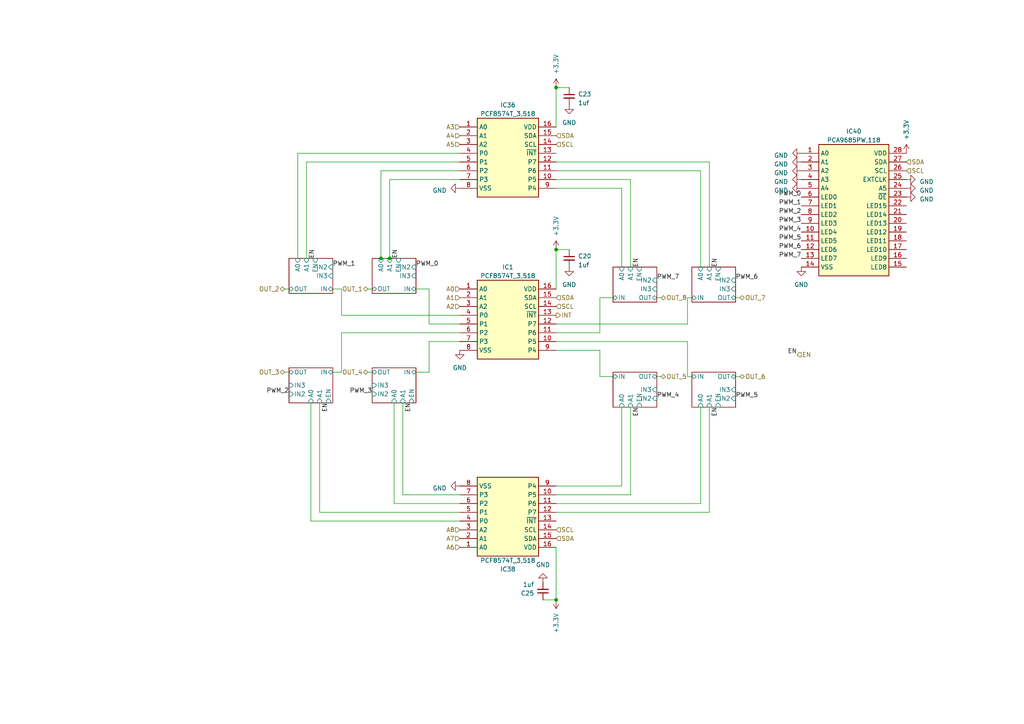
<source format=kicad_sch>
(kicad_sch (version 20230121) (generator eeschema)
  (paper "A4")
  (lib_symbols
    (symbol "Device:C_Small" (pin_numbers hide) (pin_names (offset 0.254) hide)
      (property "Reference" "C" (at 0.254 1.778 0))
      (property "Value" "C_Small" (at 0.254 -2.032 0))
      (symbol "C_Small_0_1"
        (polyline (pts (xy -1.524 -0.508) (xy 1.524 -0.508)) (stroke (width 0.3302)))
        (polyline (pts (xy -1.524 0.508) (xy 1.524 0.508)) (stroke (width 0.3048)))
      )
      (symbol "C_Small_1_1"
        (pin passive line (at 0 2.54 270) (length 2.032) (name "~") (number "1"))
        (pin passive line (at 0 -2.54 90) (length 2.032) (name "~") (number "2"))
      )
    )
    (symbol "SamacSys_Parts:PCA9685PW,118"
      (property "Reference" "IC" (at 26.67 7.62 0))
      (property "Value" "PCA9685PW,118" (at 26.67 5.08 0))
      (symbol "PCA9685PW,118_1_1"
        (rectangle (start 5.08 2.54) (end 25.4 -35.56) (stroke (width 0.254)) (fill (type background)))
        (pin passive line (at 0 0 0) (length 5.08) (name "A0") (number "1"))
        (pin passive line (at 0 -22.86 0) (length 5.08) (name "LED4") (number "10"))
        (pin passive line (at 0 -25.4 0) (length 5.08) (name "LED5") (number "11"))
        (pin passive line (at 0 -27.94 0) (length 5.08) (name "LED6") (number "12"))
        (pin passive line (at 0 -30.48 0) (length 5.08) (name "LED7") (number "13"))
        (pin passive line (at 0 -33.02 0) (length 5.08) (name "VSS") (number "14"))
        (pin passive line (at 30.48 -33.02 180) (length 5.08) (name "LED8") (number "15"))
        (pin passive line (at 30.48 -30.48 180) (length 5.08) (name "LED9") (number "16"))
        (pin passive line (at 30.48 -27.94 180) (length 5.08) (name "LED10") (number "17"))
        (pin passive line (at 30.48 -25.4 180) (length 5.08) (name "LED11") (number "18"))
        (pin passive line (at 30.48 -22.86 180) (length 5.08) (name "LED12") (number "19"))
        (pin passive line (at 0 -2.54 0) (length 5.08) (name "A1") (number "2"))
        (pin passive line (at 30.48 -20.32 180) (length 5.08) (name "LED13") (number "20"))
        (pin passive line (at 30.48 -17.78 180) (length 5.08) (name "LED14") (number "21"))
        (pin passive line (at 30.48 -15.24 180) (length 5.08) (name "LED15") (number "22"))
        (pin passive line (at 30.48 -12.7 180) (length 5.08) (name "~{OE}") (number "23"))
        (pin passive line (at 30.48 -10.16 180) (length 5.08) (name "A5") (number "24"))
        (pin passive line (at 30.48 -7.62 180) (length 5.08) (name "EXTCLK") (number "25"))
        (pin passive line (at 30.48 -5.08 180) (length 5.08) (name "SCL") (number "26"))
        (pin passive line (at 30.48 -2.54 180) (length 5.08) (name "SDA") (number "27"))
        (pin passive line (at 30.48 0 180) (length 5.08) (name "VDD") (number "28"))
        (pin passive line (at 0 -5.08 0) (length 5.08) (name "A2") (number "3"))
        (pin passive line (at 0 -7.62 0) (length 5.08) (name "A3") (number "4"))
        (pin passive line (at 0 -10.16 0) (length 5.08) (name "A4") (number "5"))
        (pin passive line (at 0 -12.7 0) (length 5.08) (name "LED0") (number "6"))
        (pin passive line (at 0 -15.24 0) (length 5.08) (name "LED1") (number "7"))
        (pin passive line (at 0 -17.78 0) (length 5.08) (name "LED2") (number "8"))
        (pin passive line (at 0 -20.32 0) (length 5.08) (name "LED3") (number "9"))
      )
    )
    (symbol "SamacSys_Parts:PCF8574T_3,518"
      (property "Reference" "IC" (at 24.13 7.62 0))
      (property "Value" "PCF8574T_3,518" (at 24.13 5.08 0))
      (symbol "PCF8574T_3,518_1_1"
        (rectangle (start 5.08 2.54) (end 22.86 -20.32) (stroke (width 0.254)) (fill (type background)))
        (pin passive line (at 0 0 0) (length 5.08) (name "A0") (number "1"))
        (pin passive line (at 27.94 -15.24 180) (length 5.08) (name "P5") (number "10"))
        (pin passive line (at 27.94 -12.7 180) (length 5.08) (name "P6") (number "11"))
        (pin passive line (at 27.94 -10.16 180) (length 5.08) (name "P7") (number "12"))
        (pin passive line (at 27.94 -7.62 180) (length 5.08) (name "~{INT}") (number "13"))
        (pin passive line (at 27.94 -5.08 180) (length 5.08) (name "SCL") (number "14"))
        (pin passive line (at 27.94 -2.54 180) (length 5.08) (name "SDA") (number "15"))
        (pin passive line (at 27.94 0 180) (length 5.08) (name "VDD") (number "16"))
        (pin passive line (at 0 -2.54 0) (length 5.08) (name "A1") (number "2"))
        (pin passive line (at 0 -5.08 0) (length 5.08) (name "A2") (number "3"))
        (pin passive line (at 0 -7.62 0) (length 5.08) (name "P0") (number "4"))
        (pin passive line (at 0 -10.16 0) (length 5.08) (name "P1") (number "5"))
        (pin passive line (at 0 -12.7 0) (length 5.08) (name "P2") (number "6"))
        (pin passive line (at 0 -15.24 0) (length 5.08) (name "P3") (number "7"))
        (pin passive line (at 0 -17.78 0) (length 5.08) (name "VSS") (number "8"))
        (pin passive line (at 27.94 -17.78 180) (length 5.08) (name "P4") (number "9"))
      )
    )
    (symbol "power:+3.3V" (power) (pin_names (offset 0))
      (property "Value" "+3.3V" (at 0 3.556 0))
      (symbol "+3.3V_0_1"
        (polyline (pts (xy -0.762 1.27) (xy 0 2.54)))
        (polyline (pts (xy 0 0) (xy 0 2.54)))
        (polyline (pts (xy 0 2.54) (xy 0.762 1.27)))
      )
      (symbol "+3.3V_1_1"
        (pin power_in line (at 0 0 90) (length 0) hide (name "+3.3V") (number "1"))
      )
    )
    (symbol "power:GND" (power) (pin_names (offset 0))
      (property "Value" "GND" (at 0 -3.81 0))
      (symbol "GND_0_1"
        (polyline (pts (xy 0 0) (xy 0 -1.27) (xy 1.27 -1.27) (xy 0 -2.54) (xy -1.27 -1.27) (xy 0 -1.27)))
      )
      (symbol "GND_1_1"
        (pin power_in line (at 0 0 270) (length 0) hide (name "GND") (number "1"))
      )
    )
  )
  (junction (at 113.03 74.93))
  (junction (at 161.29 25.4))
  (junction (at 161.29 173.99))
  (junction (at 161.29 72.39))
  (junction (at 110.49 74.93))
  (wire (pts (xy 199.39 86.36) (xy 199.39 93.98)))
  (wire (pts (xy 99.06 96.52) (xy 99.06 107.95)))
  (wire (pts (xy 133.35 44.45) (xy 86.36 44.45)))
  (wire (pts (xy 116.84 116.84) (xy 116.84 143.51)))
  (wire (pts (xy 180.34 140.97) (xy 180.34 118.11)))
  (wire (pts (xy 161.29 173.99) (xy 157.48 173.99)))
  (wire (pts (xy 92.71 148.59) (xy 133.35 148.59)))
  (wire (pts (xy 203.2 146.05) (xy 203.2 118.11)))
  (wire (pts (xy 161.29 99.06) (xy 199.39 99.06)))
  (wire (pts (xy 200.66 86.36) (xy 199.39 86.36)))
  (wire (pts (xy 161.29 96.52) (xy 173.99 96.52)))
  (wire (pts (xy 120.65 83.82) (xy 124.46 83.82)))
  (wire (pts (xy 161.29 52.07) (xy 182.88 52.07)))
  (wire (pts (xy 99.06 83.82) (xy 99.06 91.44)))
  (wire (pts (xy 203.2 49.53) (xy 203.2 77.47)))
  (wire (pts (xy 191.77 86.36) (xy 190.5 86.36)))
  (wire (pts (xy 110.49 49.53) (xy 110.49 74.93)))
  (wire (pts (xy 180.34 54.61) (xy 180.34 77.47)))
  (wire (pts (xy 191.77 109.22) (xy 190.5 109.22)))
  (wire (pts (xy 96.52 107.95) (xy 99.06 107.95)))
  (wire (pts (xy 82.55 83.82) (xy 83.82 83.82)))
  (wire (pts (xy 114.3 146.05) (xy 133.35 146.05)))
  (wire (pts (xy 214.63 109.22) (xy 213.36 109.22)))
  (wire (pts (xy 90.17 151.13) (xy 133.35 151.13)))
  (wire (pts (xy 173.99 101.6) (xy 173.99 109.22)))
  (wire (pts (xy 88.9 46.99) (xy 88.9 74.93)))
  (wire (pts (xy 106.68 83.82) (xy 107.95 83.82)))
  (wire (pts (xy 161.29 49.53) (xy 203.2 49.53)))
  (wire (pts (xy 182.88 52.07) (xy 182.88 77.47)))
  (wire (pts (xy 161.29 101.6) (xy 173.99 101.6)))
  (wire (pts (xy 161.29 146.05) (xy 203.2 146.05)))
  (wire (pts (xy 99.06 91.44) (xy 133.35 91.44)))
  (wire (pts (xy 133.35 52.07) (xy 113.03 52.07)))
  (wire (pts (xy 133.35 49.53) (xy 110.49 49.53)))
  (wire (pts (xy 177.8 86.36) (xy 173.99 86.36)))
  (wire (pts (xy 86.36 44.45) (xy 86.36 74.93)))
  (wire (pts (xy 214.63 86.36) (xy 213.36 86.36)))
  (wire (pts (xy 120.65 107.95) (xy 124.46 107.95)))
  (wire (pts (xy 116.84 143.51) (xy 133.35 143.51)))
  (wire (pts (xy 113.03 74.93) (xy 110.49 74.93)))
  (wire (pts (xy 177.8 109.22) (xy 173.99 109.22)))
  (wire (pts (xy 161.29 25.4) (xy 161.29 36.83)))
  (wire (pts (xy 124.46 83.82) (xy 124.46 93.98)))
  (wire (pts (xy 161.29 25.4) (xy 165.1 25.4)))
  (wire (pts (xy 99.06 96.52) (xy 133.35 96.52)))
  (wire (pts (xy 133.35 46.99) (xy 88.9 46.99)))
  (wire (pts (xy 114.3 116.84) (xy 114.3 146.05)))
  (wire (pts (xy 161.29 72.39) (xy 165.1 72.39)))
  (wire (pts (xy 90.17 116.84) (xy 90.17 151.13)))
  (wire (pts (xy 182.88 143.51) (xy 182.88 118.11)))
  (wire (pts (xy 161.29 93.98) (xy 199.39 93.98)))
  (wire (pts (xy 161.29 46.99) (xy 205.74 46.99)))
  (wire (pts (xy 161.29 140.97) (xy 180.34 140.97)))
  (wire (pts (xy 200.66 109.22) (xy 199.39 109.22)))
  (wire (pts (xy 161.29 143.51) (xy 182.88 143.51)))
  (wire (pts (xy 124.46 99.06) (xy 133.35 99.06)))
  (wire (pts (xy 161.29 173.99) (xy 161.29 158.75)))
  (wire (pts (xy 82.55 107.95) (xy 83.82 107.95)))
  (wire (pts (xy 161.29 72.39) (xy 161.29 83.82)))
  (wire (pts (xy 133.35 93.98) (xy 124.46 93.98)))
  (wire (pts (xy 161.29 148.59) (xy 205.74 148.59)))
  (wire (pts (xy 106.68 107.95) (xy 107.95 107.95)))
  (wire (pts (xy 205.74 46.99) (xy 205.74 77.47)))
  (wire (pts (xy 124.46 99.06) (xy 124.46 107.95)))
  (wire (pts (xy 161.29 54.61) (xy 180.34 54.61)))
  (wire (pts (xy 113.03 52.07) (xy 113.03 74.93)))
  (wire (pts (xy 173.99 86.36) (xy 173.99 96.52)))
  (wire (pts (xy 205.74 148.59) (xy 205.74 118.11)))
  (wire (pts (xy 199.39 99.06) (xy 199.39 109.22)))
  (wire (pts (xy 92.71 116.84) (xy 92.71 148.59)))
  (wire (pts (xy 96.52 83.82) (xy 99.06 83.82)))
  (label "PWM_5" (at 213.36 115.57 0))
  (label "EN" (at 119.38 116.84 270))
  (label "EN" (at 185.42 77.47 90))
  (label "PWM_1" (at 96.52 77.47 0))
  (label "PWM_3" (at 107.95 114.3 180))
  (label "EN" (at 115.57 74.93 90))
  (label "EN" (at 231.14 102.87 180))
  (label "PWM_0" (at 120.65 77.47 0))
  (label "PWM_1" (at 232.41 59.69 180))
  (label "PWM_7" (at 232.41 74.93 180))
  (label "PWM_4" (at 190.5 115.57 0))
  (label "PWM_3" (at 232.41 64.77 180))
  (label "PWM_7" (at 190.5 81.28 0))
  (label "PWM_0" (at 232.41 57.15 180))
  (label "PWM_4" (at 232.41 67.31 180))
  (label "EN" (at 208.28 77.47 90))
  (label "PWM_2" (at 83.82 114.3 180))
  (label "PWM_2" (at 232.41 62.23 180))
  (label "PWM_6" (at 232.41 72.39 180))
  (label "EN" (at 91.44 74.93 90))
  (label "PWM_5" (at 232.41 69.85 180))
  (label "EN" (at 208.28 118.11 270))
  (label "EN" (at 95.25 116.84 270))
  (label "PWM_6" (at 213.36 81.28 0))
  (label "EN" (at 185.42 118.11 270))
  (hierarchical_label "A2" (shape input) (at 133.35 88.9 180))
  (hierarchical_label "SCL" (shape input) (at 161.29 153.67 0))
  (hierarchical_label "INT" (shape output) (at 161.29 91.44 0))
  (hierarchical_label "A7" (shape input) (at 133.35 156.21 180))
  (hierarchical_label "A0" (shape input) (at 133.35 83.82 180))
  (hierarchical_label "SDA" (shape input) (at 262.89 46.99 0))
  (hierarchical_label "OUT_5" (shape bidirectional) (at 191.77 109.22 0))
  (hierarchical_label "OUT_1" (shape bidirectional) (at 106.68 83.82 180))
  (hierarchical_label "A6" (shape input) (at 133.35 158.75 180))
  (hierarchical_label "OUT_6" (shape bidirectional) (at 214.63 109.22 0))
  (hierarchical_label "OUT_4" (shape bidirectional) (at 106.68 107.95 180))
  (hierarchical_label "EN" (shape input) (at 231.14 102.87 0))
  (hierarchical_label "A1" (shape input) (at 133.35 86.36 180))
  (hierarchical_label "OUT_3" (shape bidirectional) (at 82.55 107.95 180))
  (hierarchical_label "SCL" (shape input) (at 161.29 88.9 0))
  (hierarchical_label "A3" (shape input) (at 133.35 36.83 180))
  (hierarchical_label "OUT_8" (shape bidirectional) (at 191.77 86.36 0))
  (hierarchical_label "A5" (shape input) (at 133.35 41.91 180))
  (hierarchical_label "OUT_2" (shape bidirectional) (at 82.55 83.82 180))
  (hierarchical_label "SDA" (shape input) (at 161.29 156.21 0))
  (hierarchical_label "A8" (shape input) (at 133.35 153.67 180))
  (hierarchical_label "OUT_7" (shape bidirectional) (at 214.63 86.36 0))
  (hierarchical_label "SCL" (shape input) (at 262.89 49.53 0))
  (hierarchical_label "SCL" (shape input) (at 161.29 41.91 0))
  (hierarchical_label "SDA" (shape input) (at 161.29 39.37 0))
  (hierarchical_label "A4" (shape input) (at 133.35 39.37 180))
  (hierarchical_label "SDA" (shape input) (at 161.29 86.36 0))
  (symbol (lib_id "power:GND") (at 232.41 77.47 0) (unit 1)
    (property "Reference" "#PWR0210" (effects hide))
    (property "Value" "GND" (at 232.41 82.55 0))
    (instances (project "fNET_GPIO_board" (path "" (reference "#PWR0210") (unit 1)) (path "" (reference "#PWR0211") (unit 1))))
  )
  (symbol (lib_id "power:+3.3V") (at 161.29 72.39 0) (unit 1)
    (property "Reference" "#PWR032" (effects hide))
    (property "Value" "+3.3V" (at 161.29 68.58 90) (effects (justify left)))
    (instances (project "fNET_GPIO_board" (path "" (reference "#PWR032") (unit 1)) (path "" (reference "#PWR014") (unit 1)) (path "" (reference "#PWR0107") (unit 1))) (project "armatron_power_board" (path "" (reference "#PWR012") (unit 1))))
  )
  (symbol (lib_id "Device:C_Small") (at 165.1 27.94 0) (unit 1)
    (property "Reference" "C23" (at 167.64 27.3113 0) (effects (justify left)))
    (property "Value" "1uf" (at 167.64 29.8513 0) (effects (justify left)))
    (property "Footprint" "Capacitor_SMD:C_0805_2012Metric_Pad1.18x1.45mm_HandSolder" (effects hide))
    (instances (project "fNET_GPIO_board" (path "" (reference "C23") (unit 1)) (path "" (reference "C24") (unit 1))))
  )
  (symbol (lib_id "SamacSys_Parts:PCF8574T_3,518") (at 133.35 83.82 0) (unit 1)
    (property "Reference" "IC1" (at 147.32 77.47 0))
    (property "Value" "PCF8574T_3,518" (at 147.32 80.01 0))
    (property "Footprint" "SamacSys_Parts:SOIC127P1032X265-16N" (effects hide))
    (property "Datasheet" "http://www.nxp.com/docs/en/data-sheet/PCF8574_PCF8574A.pdf" (effects hide))
    (property "Height" "2.65" (effects hide))
    (property "Mouser Part Number" "771-PCF8574TD-T" (effects hide))
    (property "Mouser Price/Stock" "https://www.mouser.co.uk/ProductDetail/NXP-Semiconductors/PCF8574T-3518?qs=LOCUfHb8d9srwcgHHpXqQw%3D%3D" (effects hide))
    (property "Manufacturer_Name" "NXP" (effects hide))
    (property "Manufacturer_Part_Number" "PCF8574T/3,518" (effects hide))
    (instances (project "fNET_GPIO_board" (path "" (reference "IC1") (unit 1)) (path "" (reference "IC11") (unit 1))))
  )
  (symbol (lib_id "SamacSys_Parts:PCA9685PW,118") (at 232.41 44.45 0) (unit 1)
    (property "Reference" "IC40" (at 247.65 38.1 0))
    (property "Value" "PCA9685PW,118" (at 247.65 40.64 0))
    (property "Footprint" "SOP65P640X110-28N" (effects hide))
    (property "Datasheet" "http://www.nxp.com/docs/en/data-sheet/PCA9685.pdf" (effects hide))
    (property "Height" "1.1" (effects hide))
    (property "Mouser Part Number" "771-PCA9685PW,118" (effects hide))
    (property "Mouser Price/Stock" "https://www.mouser.co.uk/ProductDetail/NXP-Semiconductors/PCA9685PW118?qs=6YAT8rHPFU%252BtfwwKq4nwEQ%3D%3D" (effects hide))
    (property "Manufacturer_Name" "NXP" (effects hide))
    (property "Manufacturer_Part_Number" "PCA9685PW,118" (effects hide))
    (instances (project "fNET_GPIO_board" (path "" (reference "IC40") (unit 1)) (path "" (reference "IC41") (unit 1))))
  )
  (symbol (lib_id "power:+3.3V") (at 161.29 25.4 0) (unit 1)
    (property "Reference" "#PWR032" (effects hide))
    (property "Value" "+3.3V" (at 161.29 21.59 90) (effects (justify left)))
    (instances (project "fNET_GPIO_board" (path "" (reference "#PWR032") (unit 1)) (path "" (reference "#PWR0186") (unit 1)) (path "" (reference "#PWR0188") (unit 1))) (project "armatron_power_board" (path "" (reference "#PWR012") (unit 1))))
  )
  (symbol (lib_id "power:GND") (at 232.41 52.07 270) (unit 1)
    (property "Reference" "#PWR0206" (effects hide))
    (property "Value" "GND" (at 228.6 52.705 90) (effects (justify right)))
    (instances (project "fNET_GPIO_board" (path "" (reference "#PWR0206") (unit 1)) (path "" (reference "#PWR0207") (unit 1))))
  )
  (symbol (lib_id "power:GND") (at 262.89 52.07 90) (unit 1)
    (property "Reference" "#PWR0214" (effects hide))
    (property "Value" "GND" (at 266.7 52.705 90) (effects (justify right)))
    (instances (project "fNET_GPIO_board" (path "" (reference "#PWR0214") (unit 1)) (path "" (reference "#PWR0215") (unit 1))))
  )
  (symbol (lib_id "power:GND") (at 232.41 49.53 270) (unit 1)
    (property "Reference" "#PWR0204" (effects hide))
    (property "Value" "GND" (at 228.6 50.165 90) (effects (justify right)))
    (instances (project "fNET_GPIO_board" (path "" (reference "#PWR0204") (unit 1)) (path "" (reference "#PWR0205") (unit 1))))
  )
  (symbol (lib_id "power:GND") (at 157.48 168.91 180) (unit 1)
    (property "Reference" "#PWR0191" (effects hide))
    (property "Value" "GND" (at 157.48 163.83 0))
    (instances (project "fNET_GPIO_board" (path "" (reference "#PWR0191") (unit 1)) (path "" (reference "#PWR0193") (unit 1))))
  )
  (symbol (lib_id "power:GND") (at 133.35 140.97 270) (unit 1)
    (property "Reference" "#PWR0182" (effects hide))
    (property "Value" "GND" (at 129.54 141.605 90) (effects (justify right)))
    (instances (project "fNET_GPIO_board" (path "" (reference "#PWR0182") (unit 1)) (path "" (reference "#PWR0183") (unit 1))))
  )
  (symbol (lib_id "power:GND") (at 232.41 46.99 270) (unit 1)
    (property "Reference" "#PWR0202" (effects hide))
    (property "Value" "GND" (at 228.6 47.625 90) (effects (justify right)))
    (instances (project "fNET_GPIO_board" (path "" (reference "#PWR0202") (unit 1)) (path "" (reference "#PWR0203") (unit 1))))
  )
  (symbol (lib_id "power:GND") (at 262.89 54.61 90) (unit 1)
    (property "Reference" "#PWR0216" (effects hide))
    (property "Value" "GND" (at 266.7 55.245 90) (effects (justify right)))
    (instances (project "fNET_GPIO_board" (path "" (reference "#PWR0216") (unit 1)) (path "" (reference "#PWR0217") (unit 1))))
  )
  (symbol (lib_id "power:+3.3V") (at 161.29 173.99 180) (unit 1)
    (property "Reference" "#PWR032" (effects hide))
    (property "Value" "+3.3V" (at 161.29 177.8 90) (effects (justify left)))
    (instances (project "fNET_GPIO_board" (path "" (reference "#PWR032") (unit 1)) (path "" (reference "#PWR0190") (unit 1)) (path "" (reference "#PWR0192") (unit 1))) (project "armatron_power_board" (path "" (reference "#PWR012") (unit 1))))
  )
  (symbol (lib_id "Device:C_Small") (at 157.48 171.45 180) (unit 1)
    (property "Reference" "C25" (at 154.94 172.0787 0) (effects (justify left)))
    (property "Value" "1uf" (at 154.94 169.5387 0) (effects (justify left)))
    (property "Footprint" "Capacitor_SMD:C_0805_2012Metric_Pad1.18x1.45mm_HandSolder" (effects hide))
    (instances (project "fNET_GPIO_board" (path "" (reference "C25") (unit 1)) (path "" (reference "C26") (unit 1))))
  )
  (symbol (lib_id "power:GND") (at 262.89 57.15 90) (unit 1)
    (property "Reference" "#PWR0218" (effects hide))
    (property "Value" "GND" (at 266.7 57.785 90) (effects (justify right)))
    (instances (project "fNET_GPIO_board" (path "" (reference "#PWR0218") (unit 1)) (path "" (reference "#PWR0219") (unit 1))))
  )
  (symbol (lib_id "Device:C_Small") (at 165.1 74.93 0) (unit 1)
    (property "Reference" "C20" (at 167.64 74.3013 0) (effects (justify left)))
    (property "Value" "1uf" (at 167.64 76.8413 0) (effects (justify left)))
    (property "Footprint" "Capacitor_SMD:C_0805_2012Metric_Pad1.18x1.45mm_HandSolder" (effects hide))
    (instances (project "fNET_GPIO_board" (path "" (reference "C20") (unit 1)) (path "" (reference "C22") (unit 1))))
  )
  (symbol (lib_id "power:+3.3V") (at 262.89 44.45 0) (unit 1)
    (property "Reference" "#PWR032" (effects hide))
    (property "Value" "+3.3V" (at 262.89 40.64 90) (effects (justify left)))
    (instances (project "fNET_GPIO_board" (path "" (reference "#PWR032") (unit 1)) (path "" (reference "#PWR0212") (unit 1)) (path "" (reference "#PWR0213") (unit 1))) (project "armatron_power_board" (path "" (reference "#PWR012") (unit 1))))
  )
  (symbol (lib_id "power:GND") (at 133.35 54.61 270) (unit 1)
    (property "Reference" "#PWR0184" (effects hide))
    (property "Value" "GND" (at 129.54 55.245 90) (effects (justify right)))
    (instances (project "fNET_GPIO_board" (path "" (reference "#PWR0184") (unit 1)) (path "" (reference "#PWR0185") (unit 1))))
  )
  (symbol (lib_id "power:GND") (at 165.1 30.48 0) (unit 1)
    (property "Reference" "#PWR0187" (effects hide))
    (property "Value" "GND" (at 165.1 35.56 0))
    (instances (project "fNET_GPIO_board" (path "" (reference "#PWR0187") (unit 1)) (path "" (reference "#PWR0189") (unit 1))))
  )
  (symbol (lib_id "power:GND") (at 232.41 44.45 270) (unit 1)
    (property "Reference" "#PWR0200" (effects hide))
    (property "Value" "GND" (at 228.6 45.085 90) (effects (justify right)))
    (instances (project "fNET_GPIO_board" (path "" (reference "#PWR0200") (unit 1)) (path "" (reference "#PWR0201") (unit 1))))
  )
  (symbol (lib_id "power:GND") (at 165.1 77.47 0) (unit 1)
    (property "Reference" "#PWR025" (effects hide))
    (property "Value" "GND" (at 165.1 82.55 0))
    (instances (project "fNET_GPIO_board" (path "" (reference "#PWR025") (unit 1)) (path "" (reference "#PWR0108") (unit 1))))
  )
  (symbol (lib_id "power:GND") (at 232.41 54.61 270) (unit 1)
    (property "Reference" "#PWR0208" (effects hide))
    (property "Value" "GND" (at 228.6 55.245 90) (effects (justify right)))
    (instances (project "fNET_GPIO_board" (path "" (reference "#PWR0208") (unit 1)) (path "" (reference "#PWR0209") (unit 1))))
  )
  (symbol (lib_id "SamacSys_Parts:PCF8574T_3,518") (at 133.35 158.75 0) (mirror x) (unit 1)
    (property "Reference" "IC38" (at 147.32 165.1 0))
    (property "Value" "PCF8574T_3,518" (at 147.32 162.56 0))
    (property "Footprint" "SamacSys_Parts:SOIC127P1032X265-16N" (effects hide))
    (property "Datasheet" "http://www.nxp.com/docs/en/data-sheet/PCF8574_PCF8574A.pdf" (effects hide))
    (property "Height" "2.65" (effects hide))
    (property "Mouser Part Number" "771-PCF8574TD-T" (effects hide))
    (property "Mouser Price/Stock" "https://www.mouser.co.uk/ProductDetail/NXP-Semiconductors/PCF8574T-3518?qs=LOCUfHb8d9srwcgHHpXqQw%3D%3D" (effects hide))
    (property "Manufacturer_Name" "NXP" (effects hide))
    (property "Manufacturer_Part_Number" "PCF8574T/3,518" (effects hide))
    (instances (project "fNET_GPIO_board" (path "" (reference "IC38") (unit 1)) (path "" (reference "IC39") (unit 1))))
  )
  (symbol (lib_id "power:GND") (at 133.35 101.6 0) (unit 1)
    (property "Reference" "#PWR013" (effects hide))
    (property "Value" "GND" (at 133.35 106.68 0))
    (instances (project "fNET_GPIO_board" (path "" (reference "#PWR013") (unit 1)) (path "" (reference "#PWR0106") (unit 1))))
  )
  (symbol (lib_id "SamacSys_Parts:PCF8574T_3,518") (at 133.35 36.83 0) (unit 1)
    (property "Reference" "IC36" (at 147.32 30.48 0))
    (property "Value" "PCF8574T_3,518" (at 147.32 33.02 0))
    (property "Footprint" "SamacSys_Parts:SOIC127P1032X265-16N" (effects hide))
    (property "Datasheet" "http://www.nxp.com/docs/en/data-sheet/PCF8574_PCF8574A.pdf" (effects hide))
    (property "Height" "2.65" (effects hide))
    (property "Mouser Part Number" "771-PCF8574TD-T" (effects hide))
    (property "Mouser Price/Stock" "https://www.mouser.co.uk/ProductDetail/NXP-Semiconductors/PCF8574T-3518?qs=LOCUfHb8d9srwcgHHpXqQw%3D%3D" (effects hide))
    (property "Manufacturer_Name" "NXP" (effects hide))
    (property "Manufacturer_Part_Number" "PCF8574T/3,518" (effects hide))
    (instances (project "fNET_GPIO_board" (path "" (reference "IC36") (unit 1)) (path "" (reference "IC37") (unit 1))))
  )
  (sheet (at 83.82 74.93) (size 12.7 10.16) (stroke (width 0.1524))
    (property "Sheetname" "GPIO Mux 0" (effects hide))
    (property "Sheetfile" "ttl_driver.kicad_sch" (effects hide))
    (pin "OUT" bidirectional (at 83.82 83.82 180))
    (pin "IN" bidirectional (at 96.52 83.82 0))
    (pin "A0" input (at 86.36 74.93 90))
    (pin "IN2" input (at 96.52 77.47 0))
    (pin "IN3" input (at 96.52 80.01 0))
    (pin "A1" input (at 88.9 74.93 90))
    (pin "EN" input (at 91.44 74.93 90))
  )
  (sheet (at 177.8 107.95) (size 12.7 10.16) (stroke (width 0.1524))
    (property "Sheetname" "GPIO Mux 4" (effects hide))
    (property "Sheetfile" "ttl_driver.kicad_sch" (effects hide))
    (pin "OUT" bidirectional (at 190.5 109.22 0))
    (pin "IN" bidirectional (at 177.8 109.22 180))
    (pin "A0" input (at 180.34 118.11 270))
    (pin "IN2" input (at 190.5 115.57 0))
    (pin "IN3" input (at 190.5 113.03 0))
    (pin "A1" input (at 182.88 118.11 270))
    (pin "EN" input (at 185.42 118.11 270))
  )
  (sheet (at 83.82 106.68) (size 12.7 10.16) (stroke (width 0.1524))
    (property "Sheetname" "GPIO Mux 2" (effects hide))
    (property "Sheetfile" "ttl_driver.kicad_sch" (effects hide))
    (pin "OUT" bidirectional (at 83.82 107.95 180))
    (pin "IN" bidirectional (at 96.52 107.95 0))
    (pin "IN2" input (at 83.82 114.3 180))
    (pin "IN3" input (at 83.82 111.76 180))
    (pin "A0" input (at 90.17 116.84 270))
    (pin "A1" input (at 92.71 116.84 270))
    (pin "EN" input (at 95.25 116.84 270))
  )
  (sheet (at 107.95 74.93) (size 12.7 10.16) (stroke (width 0.1524))
    (property "Sheetname" "GPIO Mux 1" (effects hide))
    (property "Sheetfile" "ttl_driver.kicad_sch" (effects hide))
    (pin "OUT" bidirectional (at 107.95 83.82 180))
    (pin "IN" bidirectional (at 120.65 83.82 0))
    (pin "A0" input (at 110.49 74.93 90))
    (pin "IN2" input (at 120.65 77.47 0))
    (pin "IN3" input (at 120.65 80.01 0))
    (pin "A1" input (at 113.03 74.93 90))
    (pin "EN" input (at 115.57 74.93 90))
  )
  (sheet (at 200.66 77.47) (size 12.7 10.16) (stroke (width 0.1524))
    (property "Sheetname" "GPIO Mux 7" (effects hide))
    (property "Sheetfile" "ttl_driver.kicad_sch" (effects hide))
    (pin "OUT" bidirectional (at 213.36 86.36 0))
    (pin "IN" bidirectional (at 200.66 86.36 180))
    (pin "A0" input (at 203.2 77.47 90))
    (pin "IN2" input (at 213.36 81.28 0))
    (pin "IN3" input (at 213.36 83.82 0))
    (pin "A1" input (at 205.74 77.47 90))
    (pin "EN" input (at 208.28 77.47 90))
  )
  (sheet (at 200.66 107.95) (size 12.7 10.16) (stroke (width 0.1524))
    (property "Sheetname" "GPIO Mux 5" (effects hide))
    (property "Sheetfile" "ttl_driver.kicad_sch" (effects hide))
    (pin "OUT" bidirectional (at 213.36 109.22 0))
    (pin "IN" bidirectional (at 200.66 109.22 180))
    (pin "A0" input (at 203.2 118.11 270))
    (pin "IN2" input (at 213.36 115.57 0))
    (pin "IN3" input (at 213.36 113.03 0))
    (pin "A1" input (at 205.74 118.11 270))
    (pin "EN" input (at 208.28 118.11 270))
  )
  (sheet (at 107.95 106.68) (size 12.7 10.16) (stroke (width 0.1524))
    (property "Sheetname" "GPIO Mux 3" (effects hide))
    (property "Sheetfile" "ttl_driver.kicad_sch" (effects hide))
    (pin "OUT" bidirectional (at 107.95 107.95 180))
    (pin "IN" bidirectional (at 120.65 107.95 0))
    (pin "IN2" input (at 107.95 114.3 180))
    (pin "IN3" input (at 107.95 111.76 180))
    (pin "A0" input (at 114.3 116.84 270))
    (pin "A1" input (at 116.84 116.84 270))
    (pin "EN" input (at 119.38 116.84 270))
  )
  (sheet (at 177.8 77.47) (size 12.7 10.16) (stroke (width 0.1524))
    (property "Sheetname" "GPIO Mux 6" (effects hide))
    (property "Sheetfile" "ttl_driver.kicad_sch" (effects hide))
    (pin "OUT" bidirectional (at 190.5 86.36 0))
    (pin "IN" bidirectional (at 177.8 86.36 180))
    (pin "A0" input (at 180.34 77.47 90))
    (pin "IN2" input (at 190.5 81.28 0))
    (pin "IN3" input (at 190.5 83.82 0))
    (pin "A1" input (at 182.88 77.47 90))
    (pin "EN" input (at 185.42 77.47 90))
  )
)
</source>
